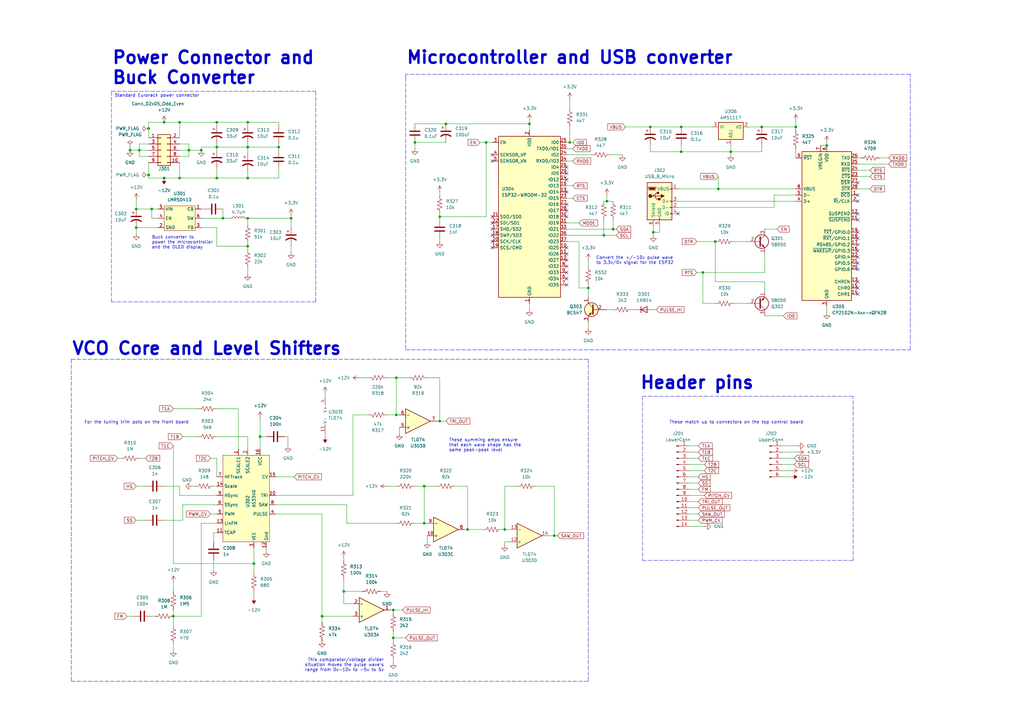
<source format=kicad_sch>
(kicad_sch (version 20230121) (generator eeschema)
  (paper "A3")
  (title_block (title "ESP-3340 Tuner VCO") (date "2024-02-15") (rev "1") (company "Hayden Setlik"))
  (junction (at 182.88 50.8))
  (junction (at 88.9 50.165))
  (junction (at 294.64 77.47))
  (junction (at 299.72 62.23))
  (junction (at 288.29 111.76))
  (junction (at 173.99 199.39))
  (junction (at 247.65 96.52))
  (junction (at 73.66 73.025))
  (junction (at 173.99 214.63))
  (junction (at 140.97 242.57))
  (junction (at 132.08 252.73))
  (junction (at 104.14 231.14))
  (junction (at 82.55 61.595))
  (junction (at 279.4 62.23))
  (junction (at 266.7 52.07))
  (junction (at 88.9 73.025))
  (junction (at 170.18 58.42))
  (junction (at 88.9 60.325))
  (junction (at 77.47 61.595))
  (junction (at 91.44 89.535))
  (junction (at 162.56 170.18))
  (junction (at 119.38 89.535))
  (junction (at 227.33 219.71))
  (junction (at 339.09 59.69))
  (junction (at 101.6 50.165))
  (junction (at 55.88 93.345))
  (junction (at 161.29 261.62))
  (junction (at 60.96 52.705))
  (junction (at 53.34 61.595))
  (junction (at 180.34 88.9))
  (junction (at 217.17 50.8))
  (junction (at 161.29 250.19))
  (junction (at 106.68 179.07))
  (junction (at 180.34 172.72))
  (junction (at 233.68 58.42))
  (junction (at 293.37 99.06))
  (junction (at 279.4 52.07))
  (junction (at 207.01 217.17))
  (junction (at 199.39 58.42))
  (junction (at 101.6 73.025))
  (junction (at 67.31 50.165))
  (junction (at 248.92 82.55))
  (junction (at 326.39 52.07))
  (junction (at 73.66 50.165))
  (junction (at 60.96 71.755))
  (junction (at 191.77 217.17))
  (junction (at 101.6 60.325))
  (junction (at 162.56 154.94))
  (junction (at 267.97 95.25))
  (junction (at 241.3 118.11))
  (junction (at 101.6 89.535))
  (junction (at 55.88 85.725))
  (junction (at 67.31 73.025))
  (junction (at 251.46 93.98))
  (junction (at 71.12 252.73))
  (junction (at 114.3 60.325))
  (junction (at 62.23 85.725))
  (junction (at 101.6 100.965))
  (junction (at 312.42 52.07))
  (junction (at 57.15 61.595))
  (no_connect (at 201.93 96.52))
  (no_connect (at 201.93 63.5))
  (no_connect (at 201.93 91.44))
  (no_connect (at 351.79 118.11))
  (no_connect (at 201.93 99.06))
  (no_connect (at 232.41 116.84))
  (no_connect (at 351.79 110.49))
  (no_connect (at 351.79 100.33))
  (no_connect (at 232.41 111.76))
  (no_connect (at 351.79 105.41))
  (no_connect (at 351.79 87.63))
  (no_connect (at 351.79 90.17))
  (no_connect (at 232.41 78.74))
  (no_connect (at 232.41 86.36))
  (no_connect (at 232.41 106.68))
  (no_connect (at 351.79 120.65))
  (no_connect (at 232.41 109.22))
  (no_connect (at 232.41 68.58))
  (no_connect (at 201.93 66.04))
  (no_connect (at 351.79 102.87))
  (no_connect (at 351.79 107.95))
  (no_connect (at 278.13 87.63))
  (no_connect (at 351.79 97.79))
  (no_connect (at 201.93 93.98))
  (no_connect (at 351.79 82.55))
  (no_connect (at 351.79 74.93))
  (no_connect (at 232.41 88.9))
  (no_connect (at 232.41 73.66))
  (no_connect (at 201.93 101.6))
  (no_connect (at 351.79 115.57))
  (no_connect (at 351.79 95.25))
  (no_connect (at 232.41 104.14))
  (no_connect (at 351.79 80.01))
  (no_connect (at 232.41 101.6))
  (no_connect (at 232.41 114.3))
  (no_connect (at 232.41 83.82))
  (no_connect (at 232.41 71.12))
  (no_connect (at 201.93 88.9))
  (wire (pts (xy 320.675 182.88) (xy 327.025 182.88)))
  (wire (pts (xy 88.9 73.025) (xy 101.6 73.025)))
  (wire (pts (xy 74.93 207.01) (xy 88.9 207.01)))
  (wire (pts (xy 232.41 63.5) (xy 242.57 63.5)))
  (wire (pts (xy 77.47 64.135) (xy 73.66 64.135)))
  (wire (pts (xy 82.55 252.73) (xy 71.12 252.73)))
  (wire (pts (xy 339.09 58.42) (xy 339.09 59.69)))
  (wire (pts (xy 71.12 252.73) (xy 71.12 256.54)))
  (wire (pts (xy 313.69 115.57) (xy 313.69 119.38)))
  (wire (pts (xy 88.9 214.63) (xy 82.55 214.63)))
  (wire (pts (xy 144.78 203.2) (xy 144.78 170.18)))
  (wire (pts (xy 190.5 217.17) (xy 191.77 217.17)))
  (wire (pts (xy 312.42 62.23) (xy 312.42 59.69)))
  (wire (pts (xy 73.66 50.165) (xy 67.31 50.165)))
  (wire (pts (xy 232.41 58.42) (xy 233.68 58.42)))
  (wire (pts (xy 57.15 59.055) (xy 57.15 61.595)))
  (wire (pts (xy 71.12 182.88) (xy 71.12 231.14)))
  (wire (pts (xy 288.29 111.76) (xy 313.69 111.76)))
  (wire (pts (xy 320.675 193.04) (xy 324.485 193.04)))
  (wire (pts (xy 101.6 109.855) (xy 101.6 112.395)))
  (wire (pts (xy 299.72 59.69) (xy 299.72 62.23)))
  (wire (pts (xy 179.07 172.72) (xy 180.34 172.72)))
  (wire (pts (xy 282.575 182.88) (xy 286.385 182.88)))
  (wire (pts (xy 144.78 247.65) (xy 140.97 247.65)))
  (wire (pts (xy 180.34 172.72) (xy 182.88 172.72)))
  (wire (pts (xy 360.68 64.77) (xy 364.49 64.77)))
  (wire (pts (xy 282.575 208.28) (xy 286.385 208.28)))
  (wire (pts (xy 294.64 77.47) (xy 326.39 77.47)))
  (wire (pts (xy 55.88 93.345) (xy 55.88 95.885)))
  (wire (pts (xy 101.6 89.535) (xy 101.6 92.075)))
  (wire (pts (xy 101.6 60.325) (xy 114.3 60.325)))
  (wire (pts (xy 247.65 96.52) (xy 252.73 96.52)))
  (wire (pts (xy 101.6 60.325) (xy 101.6 62.865)))
  (wire (pts (xy 180.34 154.94) (xy 180.34 172.72)))
  (wire (pts (xy 228.6 219.71) (xy 227.33 219.71)))
  (wire (pts (xy 351.79 69.85) (xy 356.87 69.85)))
  (polyline (pts (xy 241.3 279.4) (xy 29.21 279.4)) (stroke (width 0) (type dash)))
  (wire (pts (xy 241.3 116.84) (xy 241.3 118.11)))
  (wire (pts (xy 101.6 70.485) (xy 101.6 73.025)))
  (wire (pts (xy 232.41 93.98) (xy 251.46 93.98)))
  (wire (pts (xy 170.18 50.8) (xy 182.88 50.8)))
  (wire (pts (xy 73.66 50.165) (xy 88.9 50.165)))
  (wire (pts (xy 156.21 242.57) (xy 158.75 242.57)))
  (wire (pts (xy 55.88 85.725) (xy 62.23 85.725)))
  (polyline (pts (xy 166.37 31.75) (xy 166.37 143.51)) (stroke (width 0) (type dash)))
  (wire (pts (xy 140.97 237.49) (xy 140.97 242.57)))
  (wire (pts (xy 88.9 100.965) (xy 101.6 100.965)))
  (wire (pts (xy 160.02 250.19) (xy 161.29 250.19)))
  (wire (pts (xy 282.575 200.66) (xy 286.385 200.66)))
  (wire (pts (xy 82.55 85.725) (xy 83.82 85.725)))
  (wire (pts (xy 82.55 61.595) (xy 82.55 60.325)))
  (polyline (pts (xy 45.72 37.465) (xy 129.54 37.465)) (stroke (width 0) (type dash)))
  (wire (pts (xy 82.55 60.325) (xy 88.9 60.325)))
  (wire (pts (xy 113.03 210.82) (xy 132.08 210.82)))
  (wire (pts (xy 293.37 99.06) (xy 293.37 115.57)))
  (wire (pts (xy 247.65 82.55) (xy 248.92 82.55)))
  (wire (pts (xy 351.79 64.77) (xy 353.06 64.77)))
  (wire (pts (xy 73.66 56.515) (xy 73.66 50.165)))
  (wire (pts (xy 101.6 89.535) (xy 119.38 89.535)))
  (wire (pts (xy 73.66 66.675) (xy 73.66 73.025)))
  (wire (pts (xy 173.99 199.39) (xy 179.07 199.39)))
  (wire (pts (xy 106.68 179.07) (xy 109.22 179.07)))
  (wire (pts (xy 175.26 219.71) (xy 175.26 222.25)))
  (wire (pts (xy 180.34 97.79) (xy 180.34 99.06)))
  (wire (pts (xy 60.96 52.705) (xy 60.96 56.515)))
  (polyline (pts (xy 373.38 30.48) (xy 166.37 30.48)) (stroke (width 0) (type dash)))
  (wire (pts (xy 86.36 210.82) (xy 88.9 210.82)))
  (wire (pts (xy 73.66 73.025) (xy 88.9 73.025)))
  (wire (pts (xy 91.44 89.535) (xy 91.44 85.725)))
  (wire (pts (xy 88.9 93.345) (xy 88.9 100.965)))
  (wire (pts (xy 97.79 184.15) (xy 97.79 167.64)))
  (wire (pts (xy 64.77 89.535) (xy 62.23 89.535)))
  (wire (pts (xy 299.72 62.23) (xy 299.72 63.5)))
  (wire (pts (xy 78.74 199.39) (xy 80.01 199.39)))
  (wire (pts (xy 326.39 49.53) (xy 326.39 52.07)))
  (wire (pts (xy 52.07 252.73) (xy 54.61 252.73)))
  (wire (pts (xy 317.5 85.09) (xy 317.5 80.01)))
  (wire (pts (xy 313.69 93.98) (xy 318.77 93.98)))
  (wire (pts (xy 205.74 217.17) (xy 207.01 217.17)))
  (wire (pts (xy 114.3 73.025) (xy 114.3 69.215)))
  (polyline (pts (xy 263.525 229.87) (xy 349.885 229.87)) (stroke (width 0) (type dash)))
  (wire (pts (xy 67.31 50.165) (xy 60.96 50.165)))
  (wire (pts (xy 53.34 60.325) (xy 53.34 61.595)))
  (wire (pts (xy 351.79 67.31) (xy 364.49 67.31)))
  (wire (pts (xy 88.9 50.165) (xy 101.6 50.165)))
  (wire (pts (xy 251.46 93.98) (xy 252.73 93.98)))
  (wire (pts (xy 266.7 62.23) (xy 279.4 62.23)))
  (wire (pts (xy 207.01 217.17) (xy 207.01 199.39)))
  (wire (pts (xy 57.15 187.96) (xy 59.69 187.96)))
  (wire (pts (xy 207.01 217.17) (xy 209.55 217.17)))
  (wire (pts (xy 248.92 82.55) (xy 251.46 82.55)))
  (wire (pts (xy 158.75 199.39) (xy 162.56 199.39)))
  (wire (pts (xy 278.13 82.55) (xy 326.39 82.55)))
  (wire (pts (xy 248.92 80.01) (xy 248.92 82.55)))
  (wire (pts (xy 73.66 73.025) (xy 67.31 73.025)))
  (wire (pts (xy 170.18 58.42) (xy 170.18 60.96)))
  (polyline (pts (xy 166.37 143.51) (xy 373.38 143.51)) (stroke (width 0) (type dash)))
  (wire (pts (xy 67.31 199.39) (xy 73.66 199.39)))
  (wire (pts (xy 233.68 40.64) (xy 233.68 44.45)))
  (wire (pts (xy 163.83 175.26) (xy 163.83 177.8)))
  (wire (pts (xy 114.3 60.325) (xy 114.3 59.055)))
  (wire (pts (xy 207.01 223.52) (xy 207.01 222.25)))
  (wire (pts (xy 161.29 250.19) (xy 165.1 250.19)))
  (wire (pts (xy 248.92 127) (xy 251.46 127)))
  (wire (pts (xy 97.79 167.64) (xy 88.9 167.64)))
  (wire (pts (xy 101.6 73.025) (xy 114.3 73.025)))
  (wire (pts (xy 251.46 90.17) (xy 251.46 93.98)))
  (wire (pts (xy 77.47 61.595) (xy 77.47 64.135)))
  (wire (pts (xy 282.575 215.9) (xy 288.925 215.9)))
  (wire (pts (xy 293.37 115.57) (xy 313.69 115.57)))
  (wire (pts (xy 104.14 224.79) (xy 104.14 231.14)))
  (wire (pts (xy 162.56 154.94) (xy 167.64 154.94)))
  (wire (pts (xy 132.08 252.73) (xy 144.78 252.73)))
  (wire (pts (xy 101.6 50.165) (xy 101.6 51.435)))
  (wire (pts (xy 232.41 81.28) (xy 234.95 81.28)))
  (wire (pts (xy 88.9 69.215) (xy 88.9 73.025)))
  (wire (pts (xy 219.71 199.39) (xy 227.33 199.39)))
  (wire (pts (xy 158.75 170.18) (xy 162.56 170.18)))
  (wire (pts (xy 55.88 199.39) (xy 59.69 199.39)))
  (wire (pts (xy 101.6 50.165) (xy 114.3 50.165)))
  (polyline (pts (xy 263.525 162.56) (xy 349.885 162.56)) (stroke (width 0) (type dash)))
  (wire (pts (xy 232.41 60.96) (xy 234.95 60.96)))
  (wire (pts (xy 191.77 217.17) (xy 198.12 217.17)))
  (wire (pts (xy 191.77 199.39) (xy 191.77 217.17)))
  (wire (pts (xy 71.12 264.16) (xy 71.12 266.7)))
  (polyline (pts (xy 45.72 123.825) (xy 129.54 123.825)) (stroke (width 0) (type dash)))
  (wire (pts (xy 173.99 199.39) (xy 173.99 214.63)))
  (wire (pts (xy 282.575 198.12) (xy 286.385 198.12)))
  (wire (pts (xy 241.3 132.08) (xy 241.3 134.62)))
  (wire (pts (xy 119.38 89.535) (xy 119.38 93.345)))
  (wire (pts (xy 147.32 154.94) (xy 151.13 154.94)))
  (wire (pts (xy 73.66 61.595) (xy 77.47 61.595)))
  (polyline (pts (xy 29.21 147.32) (xy 29.21 279.4)) (stroke (width 0) (type dash)))
  (wire (pts (xy 60.96 71.755) (xy 60.96 66.675)))
  (wire (pts (xy 326.39 60.96) (xy 326.39 64.77)))
  (wire (pts (xy 161.29 261.62) (xy 161.29 262.89)))
  (wire (pts (xy 232.41 66.04) (xy 234.95 66.04)))
  (wire (pts (xy 320.675 195.58) (xy 324.485 195.58)))
  (wire (pts (xy 282.575 195.58) (xy 286.385 195.58)))
  (wire (pts (xy 60.96 64.135) (xy 57.15 64.135)))
  (wire (pts (xy 67.31 73.025) (xy 60.96 73.025)))
  (wire (pts (xy 87.63 222.25) (xy 87.63 218.44)))
  (wire (pts (xy 267.97 95.25) (xy 267.97 96.52)))
  (wire (pts (xy 74.93 179.07) (xy 81.28 179.07)))
  (wire (pts (xy 250.19 63.5) (xy 255.27 63.5)))
  (wire (pts (xy 119.38 100.965) (xy 119.38 103.505)))
  (wire (pts (xy 142.24 214.63) (xy 162.56 214.63)))
  (wire (pts (xy 73.66 199.39) (xy 73.66 203.2)))
  (wire (pts (xy 142.24 214.63) (xy 142.24 207.01)))
  (wire (pts (xy 158.75 154.94) (xy 162.56 154.94)))
  (wire (pts (xy 109.22 224.79) (xy 109.22 226.06)))
  (wire (pts (xy 351.79 77.47) (xy 356.87 77.47)))
  (wire (pts (xy 88.9 59.055) (xy 88.9 60.325)))
  (wire (pts (xy 217.17 124.46) (xy 217.17 127)))
  (wire (pts (xy 182.88 50.8) (xy 217.17 50.8)))
  (wire (pts (xy 161.29 270.51) (xy 161.29 271.78)))
  (wire (pts (xy 104.14 242.57) (xy 104.14 245.11)))
  (wire (pts (xy 180.34 78.74) (xy 180.34 80.01)))
  (wire (pts (xy 162.56 154.94) (xy 162.56 170.18)))
  (wire (pts (xy 114.3 60.325) (xy 114.3 61.595)))
  (wire (pts (xy 288.29 124.46) (xy 288.29 111.76)))
  (wire (pts (xy 320.675 190.5) (xy 325.755 190.5)))
  (wire (pts (xy 101.6 179.07) (xy 101.6 184.15)))
  (wire (pts (xy 91.44 89.535) (xy 93.98 89.535)))
  (wire (pts (xy 285.75 111.76) (xy 288.29 111.76)))
  (wire (pts (xy 336.55 59.69) (xy 339.09 59.69)))
  (wire (pts (xy 60.96 50.165) (xy 60.96 52.705)))
  (wire (pts (xy 339.09 125.73) (xy 339.09 128.27)))
  (wire (pts (xy 71.12 250.19) (xy 71.12 252.73)))
  (wire (pts (xy 320.675 185.42) (xy 327.025 185.42)))
  (wire (pts (xy 133.35 161.29) (xy 133.35 162.56)))
  (wire (pts (xy 67.31 213.36) (xy 74.93 213.36)))
  (wire (pts (xy 282.575 190.5) (xy 288.925 190.5)))
  (wire (pts (xy 82.55 89.535) (xy 91.44 89.535)))
  (wire (pts (xy 267.97 127) (xy 269.24 127)))
  (polyline (pts (xy 241.3 147.32) (xy 241.3 279.4)) (stroke (width 0) (type dash)))
  (wire (pts (xy 104.14 231.14) (xy 104.14 234.95)))
  (wire (pts (xy 217.17 49.53) (xy 217.17 50.8)))
  (wire (pts (xy 101.6 59.055) (xy 101.6 60.325)))
  (wire (pts (xy 82.55 93.345) (xy 88.9 93.345)))
  (wire (pts (xy 140.97 247.65) (xy 140.97 242.57)))
  (wire (pts (xy 113.03 203.2) (xy 144.78 203.2)))
  (wire (pts (xy 326.39 52.07) (xy 326.39 53.34)))
  (wire (pts (xy 88.9 179.07) (xy 101.6 179.07)))
  (wire (pts (xy 199.39 58.42) (xy 201.93 58.42)))
  (wire (pts (xy 180.34 88.9) (xy 180.34 90.17)))
  (wire (pts (xy 170.18 58.42) (xy 182.88 58.42)))
  (wire (pts (xy 300.99 99.06) (xy 306.07 99.06)))
  (wire (pts (xy 62.23 85.725) (xy 64.77 85.725)))
  (wire (pts (xy 232.41 99.06) (xy 237.49 99.06)))
  (wire (pts (xy 57.15 61.595) (xy 60.96 61.595)))
  (polyline (pts (xy 166.37 30.48) (xy 166.37 31.75)))
  (wire (pts (xy 88.9 187.96) (xy 88.9 195.58)))
  (wire (pts (xy 232.41 76.2) (xy 234.95 76.2)))
  (wire (pts (xy 119.38 88.265) (xy 119.38 89.535)))
  (wire (pts (xy 175.26 154.94) (xy 180.34 154.94)))
  (wire (pts (xy 173.99 214.63) (xy 175.26 214.63)))
  (wire (pts (xy 161.29 261.62) (xy 166.37 261.62)))
  (wire (pts (xy 144.78 170.18) (xy 151.13 170.18)))
  (wire (pts (xy 71.12 231.14) (xy 104.14 231.14)))
  (wire (pts (xy 259.08 127) (xy 260.35 127)))
  (wire (pts (xy 282.575 185.42) (xy 286.385 185.42)))
  (wire (pts (xy 113.03 195.58) (xy 120.65 195.58)))
  (wire (pts (xy 351.79 72.39) (xy 356.87 72.39)))
  (wire (pts (xy 133.35 177.8) (xy 133.35 179.07)))
  (wire (pts (xy 241.3 106.68) (xy 241.3 109.22)))
  (wire (pts (xy 282.575 203.2) (xy 288.925 203.2)))
  (wire (pts (xy 232.41 96.52) (xy 247.65 96.52)))
  (wire (pts (xy 180.34 88.9) (xy 180.34 87.63)))
  (wire (pts (xy 199.39 88.9) (xy 199.39 58.42)))
  (wire (pts (xy 233.68 52.07) (xy 233.68 58.42)))
  (wire (pts (xy 300.99 124.46) (xy 306.07 124.46)))
  (wire (pts (xy 60.96 73.025) (xy 60.96 71.755)))
  (wire (pts (xy 312.42 52.07) (xy 326.39 52.07)))
  (wire (pts (xy 278.13 85.09) (xy 317.5 85.09)))
  (wire (pts (xy 186.69 199.39) (xy 191.77 199.39)))
  (wire (pts (xy 87.63 229.87) (xy 87.63 233.68)))
  (wire (pts (xy 282.575 193.04) (xy 288.925 193.04)))
  (wire (pts (xy 73.66 203.2) (xy 88.9 203.2)))
  (wire (pts (xy 207.01 222.25) (xy 209.55 222.25)))
  (wire (pts (xy 71.12 167.64) (xy 81.28 167.64)))
  (wire (pts (xy 88.9 60.325) (xy 101.6 60.325)))
  (wire (pts (xy 299.72 62.23) (xy 312.42 62.23)))
  (wire (pts (xy 73.66 59.055) (xy 77.47 59.055)))
  (wire (pts (xy 207.01 199.39) (xy 212.09 199.39)))
  (wire (pts (xy 161.29 250.19) (xy 161.29 251.46)))
  (wire (pts (xy 320.675 187.96) (xy 325.755 187.96)))
  (wire (pts (xy 87.63 218.44) (xy 88.9 218.44)))
  (wire (pts (xy 170.18 199.39) (xy 173.99 199.39)))
  (wire (pts (xy 237.49 99.06) (xy 237.49 118.11)))
  (wire (pts (xy 227.33 199.39) (xy 227.33 219.71)))
  (wire (pts (xy 140.97 242.57) (xy 148.59 242.57)))
  (wire (pts (xy 247.65 90.17) (xy 247.65 96.52)))
  (wire (pts (xy 180.34 88.9) (xy 199.39 88.9)))
  (wire (pts (xy 313.69 129.54) (xy 321.31 129.54)))
  (wire (pts (xy 217.17 50.8) (xy 217.17 53.34)))
  (wire (pts (xy 57.15 64.135) (xy 57.15 61.595)))
  (polyline (pts (xy 373.38 143.51) (xy 373.38 30.48)) (stroke (width 0) (type dash)))
  (wire (pts (xy 278.13 77.47) (xy 294.64 77.47)))
  (wire (pts (xy 87.63 199.39) (xy 88.9 199.39)))
  (wire (pts (xy 294.64 72.39) (xy 294.64 77.47)))
  (wire (pts (xy 227.33 219.71) (xy 224.79 219.71)))
  (wire (pts (xy 71.12 238.76) (xy 71.12 242.57)))
  (wire (pts (xy 313.69 111.76) (xy 313.69 104.14)))
  (wire (pts (xy 82.55 214.63) (xy 82.55 252.73)))
  (wire (pts (xy 132.08 210.82) (xy 132.08 252.73)))
  (wire (pts (xy 101.6 100.965) (xy 101.6 102.235)))
  (wire (pts (xy 55.88 81.915) (xy 55.88 85.725)))
  (wire (pts (xy 118.11 182.88) (xy 118.11 179.07)))
  (wire (pts (xy 237.49 118.11) (xy 241.3 118.11)))
  (wire (pts (xy 266.7 59.69) (xy 266.7 62.23)))
  (wire (pts (xy 62.23 252.73) (xy 63.5 252.73)))
  (wire (pts (xy 60.96 59.055) (xy 57.15 59.055)))
  (wire (pts (xy 118.11 179.07) (xy 116.84 179.07)))
  (wire (pts (xy 55.88 93.345) (xy 64.77 93.345)))
  (wire (pts (xy 132.08 252.73) (xy 132.08 255.27)))
  (wire (pts (xy 267.97 95.25) (xy 270.51 95.25)))
  (wire (pts (xy 270.51 92.71) (xy 270.51 95.25)))
  (wire (pts (xy 285.75 99.06) (xy 293.37 99.06)))
  (wire (pts (xy 232.41 91.44) (xy 237.49 91.44)))
  (wire (pts (xy 307.34 52.07) (xy 312.42 52.07)))
  (wire (pts (xy 279.4 52.07) (xy 292.1 52.07)))
  (wire (pts (xy 282.575 213.36) (xy 286.385 213.36)))
  (wire (pts (xy 196.85 58.42) (xy 199.39 58.42)))
  (wire (pts (xy 48.26 187.96) (xy 49.53 187.96)))
  (wire (pts (xy 86.36 187.96) (xy 88.9 187.96)))
  (wire (pts (xy 53.34 61.595) (xy 57.15 61.595)))
  (wire (pts (xy 162.56 170.18) (xy 163.83 170.18)))
  (polyline (pts (xy 349.885 229.87) (xy 349.885 162.56)) (stroke (width 0) (type dash)))
  (wire (pts (xy 266.7 52.07) (xy 279.4 52.07)))
  (wire (pts (xy 256.54 52.07) (xy 266.7 52.07)))
  (wire (pts (xy 293.37 124.46) (xy 288.29 124.46)))
  (wire (pts (xy 267.97 92.71) (xy 267.97 95.25)))
  (wire (pts (xy 142.24 207.01) (xy 113.03 207.01)))
  (wire (pts (xy 101.6 99.695) (xy 101.6 100.965)))
  (wire (pts (xy 279.4 59.69) (xy 279.4 62.23)))
  (wire (pts (xy 74.93 213.36) (xy 74.93 207.01)))
  (wire (pts (xy 77.47 59.055) (xy 77.47 61.595)))
  (polyline (pts (xy 263.525 162.56) (xy 263.525 229.87)) (stroke (width 0) (type dash)))
  (polyline (pts (xy 29.21 147.32) (xy 241.3 147.32)) (stroke (width 0) (type dash)))
  (wire (pts (xy 106.68 179.07) (xy 106.68 184.15)))
  (wire (pts (xy 233.68 58.42) (xy 234.95 58.42)))
  (wire (pts (xy 88.9 60.325) (xy 88.9 61.595)))
  (wire (pts (xy 241.3 118.11) (xy 241.3 121.92)))
  (wire (pts (xy 88.9 50.165) (xy 88.9 51.435)))
  (wire (pts (xy 282.575 210.82) (xy 286.385 210.82)))
  (wire (pts (xy 317.5 80.01) (xy 326.39 80.01)))
  (wire (pts (xy 282.575 187.96) (xy 286.385 187.96)))
  (wire (pts (xy 55.88 213.36) (xy 59.69 213.36)))
  (wire (pts (xy 114.3 50.165) (xy 114.3 51.435)))
  (wire (pts (xy 161.29 259.08) (xy 161.29 261.62)))
  (wire (pts (xy 140.97 228.6) (xy 140.97 229.87)))
  (wire (pts (xy 77.47 61.595) (xy 82.55 61.595)))
  (wire (pts (xy 170.18 214.63) (xy 173.99 214.63)))
  (wire (pts (xy 279.4 62.23) (xy 299.72 62.23)))
  (wire (pts (xy 62.23 89.535) (xy 62.23 85.725)))
  (wire (pts (xy 282.575 205.74) (xy 286.385 205.74)))
  (polyline (pts (xy 45.72 123.825) (xy 45.72 37.465)) (stroke (width 0) (type dash)))
  (wire (pts (xy 106.68 171.45) (xy 106.68 179.07)))
  (polyline (pts (xy 129.54 37.465) (xy 129.54 123.825)) (stroke (width 0) (type dash)))
  (text "For the tuning trim pots on the front board" (at 77.47 173.99 0) (effects (font (size 1.27 1.27)) (justify right bottom)))
  (text "Power Connector and \nBuck Converter" (at 45.72 34.925 0) (effects (font (size 5.08 5.08) (thickness 1.016) bold) (justify left bottom)))
  (text "This comparator/voltage divider\nsituation moves the pulse wave's\nrange from 0v-10v to -5v to 5v" (at 157.48 275.59 0) (effects (font (size 1.27 1.27)) (justify right bottom)))
  (text "Header pins" (at 262.255 160.02 0) (effects (font (size 5.08 5.08) (thickness 1.016) bold) (justify left bottom)))
  (text "These summing amps ensure\nthat each wave shape has the\nsame peak-peak level" (at 184.15 185.42 0) (effects (font (size 1.27 1.27)) (justify left bottom)))
  (text "Standard Eurorack power connector" (at 46.99 40.005 0) (effects (font (size 1.27 1.27)) (justify left bottom)))
  (text "These match up to connectors on the top control board" (at 329.565 173.99 0) (effects (font (size 1.27 1.27)) (justify right bottom)))
  (text "Buck converter to \npower the microcontroller\nand the OLED display" (at 62.23 102.235 0) (effects (font (size 1.27 1.27)) (justify left bottom)))
  (text "Microcontroller and USB converter" (at 166.37 26.67 0) (effects (font (size 5.08 5.08) (thickness 1.016) bold) (justify left bottom)))
  (text "VCO Core and Level Shifters" (at 29.21 146.05 0) (effects (font (size 5.08 5.08) (thickness 1.016) bold) (justify left bottom)))
  (text "Convert the +/-10v pulse wave \nto 3.3v/0v signal for the ESP32" (at 244.475 108.585 0) (effects (font (size 1.27 1.27)) (justify left bottom)))
  (global_label "PULSE_OUT" (shape input) (at 286.385 208.28 0) (property "Intersheetrefs" "${INTERSHEET_REFS}" (effects hide)))
  (global_label "SS" (shape input) (at 286.385 198.12 0) (property "Intersheetrefs" "${INTERSHEET_REFS}" (effects hide)))
  (global_label "RTS" (shape input) (at 234.95 76.2 0) (property "Intersheetrefs" "${INTERSHEET_REFS}" (effects hide)))
  (global_label "VBUS" (shape input) (at 294.64 72.39 180) (property "Intersheetrefs" "${INTERSHEET_REFS}" (effects hide)))
  (global_label "SDA" (shape input) (at 252.73 93.98 0) (property "Intersheetrefs" "${INTERSHEET_REFS}" (effects hide)))
  (global_label "HS" (shape input) (at 286.385 195.58 0) (property "Intersheetrefs" "${INTERSHEET_REFS}" (effects hide)))
  (global_label "EN" (shape input) (at 196.85 58.42 180) (property "Intersheetrefs" "${INTERSHEET_REFS}" (effects hide)))
  (global_label "TXD0" (shape input) (at 364.49 67.31 0) (property "Intersheetrefs" "${INTERSHEET_REFS}" (effects hide)))
  (global_label "CTS" (shape input) (at 356.87 72.39 0) (property "Intersheetrefs" "${INTERSHEET_REFS}" (effects hide)))
  (global_label "T2B" (shape input) (at 288.925 190.5 0) (property "Intersheetrefs" "${INTERSHEET_REFS}" (effects hide)))
  (global_label "PULSE_HI" (shape input) (at 269.24 127 0) (property "Intersheetrefs" "${INTERSHEET_REFS}" (effects hide)))
  (global_label "SDA" (shape input) (at 325.755 187.96 0) (property "Intersheetrefs" "${INTERSHEET_REFS}" (effects hide)))
  (global_label "RXD0" (shape input) (at 234.95 66.04 0) (property "Intersheetrefs" "${INTERSHEET_REFS}" (effects hide)))
  (global_label "CTS" (shape input) (at 234.95 81.28 0) (property "Intersheetrefs" "${INTERSHEET_REFS}" (effects hide)))
  (global_label "SCL" (shape input) (at 325.755 190.5 0) (property "Intersheetrefs" "${INTERSHEET_REFS}" (effects hide)))
  (global_label "FM" (shape input) (at 286.385 200.66 0) (property "Intersheetrefs" "${INTERSHEET_REFS}" (effects hide)))
  (global_label "SCL" (shape input) (at 252.73 96.52 0) (property "Intersheetrefs" "${INTERSHEET_REFS}" (effects hide)))
  (global_label "PULSE_HI" (shape input) (at 165.1 250.19 0) (property "Intersheetrefs" "${INTERSHEET_REFS}" (effects hide)))
  (global_label "TRI_OUT" (shape input) (at 182.88 172.72 0) (property "Intersheetrefs" "${INTERSHEET_REFS}" (effects hide)))
  (global_label "PITCH_CV" (shape input) (at 120.65 195.58 0) (property "Intersheetrefs" "${INTERSHEET_REFS}" (effects hide)))
  (global_label "SS" (shape input) (at 55.88 213.36 180) (property "Intersheetrefs" "${INTERSHEET_REFS}" (effects hide)))
  (global_label "T2C" (shape input) (at 86.36 187.96 180) (property "Intersheetrefs" "${INTERSHEET_REFS}" (effects hide)))
  (global_label "IO0" (shape input) (at 234.95 58.42 0) (property "Intersheetrefs" "${INTERSHEET_REFS}" (effects hide)))
  (global_label "T1C" (shape input) (at 286.385 187.96 0) (property "Intersheetrefs" "${INTERSHEET_REFS}" (effects hide)))
  (global_label "VBUS" (shape input) (at 256.54 52.07 180) (property "Intersheetrefs" "${INTERSHEET_REFS}" (effects hide)))
  (global_label "T1A" (shape input) (at 286.385 182.88 0) (property "Intersheetrefs" "${INTERSHEET_REFS}" (effects hide)))
  (global_label "HS" (shape input) (at 55.88 199.39 180) (property "Intersheetrefs" "${INTERSHEET_REFS}" (effects hide)))
  (global_label "TXD0" (shape input) (at 234.95 60.96 0) (property "Intersheetrefs" "${INTERSHEET_REFS}" (effects hide)))
  (global_label "T1C" (shape input) (at 71.12 182.88 180) (property "Intersheetrefs" "${INTERSHEET_REFS}" (effects hide)))
  (global_label "DTR" (shape input) (at 285.75 99.06 180) (property "Intersheetrefs" "${INTERSHEET_REFS}" (effects hide)))
  (global_label "MODE" (shape input) (at 237.49 91.44 0) (property "Intersheetrefs" "${INTERSHEET_REFS}" (effects hide)))
  (global_label "RTS" (shape input) (at 356.87 69.85 0) (property "Intersheetrefs" "${INTERSHEET_REFS}" (effects hide)))
  (global_label "TRI_OUT" (shape input) (at 286.385 205.74 0) (property "Intersheetrefs" "${INTERSHEET_REFS}" (effects hide)))
  (global_label "RTS" (shape input) (at 285.75 111.76 180) (property "Intersheetrefs" "${INTERSHEET_REFS}" (effects hide)))
  (global_label "T1A" (shape input) (at 71.12 167.64 180) (property "Intersheetrefs" "${INTERSHEET_REFS}" (effects hide)))
  (global_label "PWM_CV" (shape input) (at 286.385 213.36 0) (property "Intersheetrefs" "${INTERSHEET_REFS}" (effects hide)))
  (global_label "IO0" (shape input) (at 321.31 129.54 0) (property "Intersheetrefs" "${INTERSHEET_REFS}" (effects hide)))
  (global_label "EN" (shape input) (at 318.77 93.98 0) (property "Intersheetrefs" "${INTERSHEET_REFS}" (effects hide)))
  (global_label "RXD0" (shape input) (at 364.49 64.77 0) (property "Intersheetrefs" "${INTERSHEET_REFS}" (effects hide)))
  (global_label "PITCH_CV" (shape input) (at 48.26 187.96 180) (property "Intersheetrefs" "${INTERSHEET_REFS}" (effects hide)))
  (global_label "T1B" (shape input) (at 74.93 179.07 180) (property "Intersheetrefs" "${INTERSHEET_REFS}" (effects hide)))
  (global_label "PULSE_OUT" (shape input) (at 166.37 261.62 0) (property "Intersheetrefs" "${INTERSHEET_REFS}" (effects hide)))
  (global_label "DTR" (shape input) (at 356.87 77.47 0) (property "Intersheetrefs" "${INTERSHEET_REFS}" (effects hide)))
  (global_label "PITCH_CV" (shape input) (at 288.925 203.2 0) (property "Intersheetrefs" "${INTERSHEET_REFS}" (effects hide)))
  (global_label "FM" (shape input) (at 52.07 252.73 180) (property "Intersheetrefs" "${INTERSHEET_REFS}" (effects hide)))
  (global_label "SAW_OUT" (shape input) (at 228.6 219.71 0) (property "Intersheetrefs" "${INTERSHEET_REFS}" (effects hide)))
  (global_label "T2C" (shape input) (at 288.925 193.04 0) (property "Intersheetrefs" "${INTERSHEET_REFS}" (effects hide)))
  (global_label "T1B" (shape input) (at 286.385 185.42 0) (property "Intersheetrefs" "${INTERSHEET_REFS}" (effects hide)))
  (global_label "SAW_OUT" (shape input) (at 286.385 210.82 0) (property "Intersheetrefs" "${INTERSHEET_REFS}" (effects hide)))
  (global_label "PWM_CV" (shape input) (at 86.36 210.82 180) (property "Intersheetrefs" "${INTERSHEET_REFS}" (effects hide)))
  (global_label "T2B" (shape input) (at 59.69 187.96 0) (property "Intersheetrefs" "${INTERSHEET_REFS}" (effects hide)))
  (symbol (lib_id "power:-12V") (at 67.31 73.025 180) (unit 1)
    (property "Reference" "#PWR0302" (effects hide))
    (property "Value" "-12V" (at 67.31 78.105 0))
  )
  (symbol (lib_id "Device:C") (at 114.3 65.405 180) (unit 1)
    (property "Reference" "C311" (at 118.11 64.135 0) (effects (justify right)))
    (property "Value" "0.1u" (at 118.11 66.675 0) (effects (justify right)))
    (property "Footprint" "Capacitor_THT:C_Disc_D4.7mm_W2.5mm_P5.00mm" (effects hide))
  )
  (symbol (lib_id "Amplifier_Operational:TL074") (at 182.88 217.17 0) (mirror x) (unit 3)
    (property "Reference" "U303" (at 182.88 227.33 0))
    (property "Value" "TL074" (at 182.88 224.79 0))
    (property "Footprint" "PCM_Package_SO_AKL:SOIC-14_3.9x8.7mm_P1.27mm" (effects hide))
    (property "Datasheet" "http://www.ti.com/lit/ds/symlink/tl071.pdf" (effects hide))
  )
  (symbol (lib_id "Device:R_US") (at 101.6 106.045 0) (unit 1)
    (property "Reference" "R302" (at 104.14 104.775 0) (effects (justify left)))
    (property "Value" "22k" (at 104.14 107.315 0) (effects (justify left)))
    (property "Footprint" "PCM_Resistor_THT_AKL:R_Axial_DIN0207_L6.3mm_D2.5mm_P7.62mm_Horizontal" (effects hide))
  )
  (symbol (lib_id "power:GND") (at 255.27 63.5 0) (unit 1)
    (property "Reference" "#PWR0338" (effects hide))
    (property "Value" "GND" (at 255.27 68.58 0))
  )
  (symbol (lib_id "Device:C") (at 87.63 226.06 180) (unit 1)
    (property "Reference" "C308" (at 91.44 224.79 0) (effects (justify right)))
    (property "Value" "1n" (at 91.44 227.33 0) (effects (justify right)))
    (property "Footprint" "Capacitor_THT:C_Disc_D4.7mm_W2.5mm_P5.00mm" (effects hide))
  )
  (symbol (lib_id "power:GND") (at 109.22 226.06 0) (unit 1)
    (property "Reference" "#PWR0312" (effects hide))
    (property "Value" "GND" (at 109.22 231.14 0))
  )
  (symbol (lib_id "Connector:Conn_01x14_Pin") (at 277.495 198.12 0) (unit 1)
    (property "Reference" "J201" (at 278.13 177.8 0))
    (property "Value" "LowerConn" (at 278.13 180.34 0))
    (property "Footprint" "Connector_PinHeader_2.54mm:PinHeader_1x14_P2.54mm_Vertical" (effects hide))
    (instances (project "TunerVCO" (path "" (reference "J201") (unit 1)) (path "" (reference "J303") (unit 1))))
  )
  (symbol (lib_id "Device:R_US") (at 215.9 199.39 90) (unit 1)
    (property "Reference" "R324" (at 215.9 193.04 90))
    (property "Value" "10k" (at 215.9 195.58 90))
    (property "Footprint" "PCM_Resistor_THT_AKL:R_Axial_DIN0207_L6.3mm_D2.5mm_P7.62mm_Horizontal" (effects hide))
  )
  (symbol (lib_id "Device:C") (at 58.42 252.73 90) (unit 1)
    (property "Reference" "C305" (at 58.42 245.11 90))
    (property "Value" "100n" (at 58.42 247.65 90))
    (property "Footprint" "Capacitor_THT:C_Disc_D4.7mm_W2.5mm_P5.00mm" (effects hide))
  )
  (symbol (lib_id "power:+3.3V") (at 217.17 49.53 0) (unit 1)
    (property "Reference" "#PWR0329" (effects hide))
    (property "Value" "+3.3V" (at 217.17 44.45 0))
  )
  (symbol (lib_id "Amplifier_Operational:TL074") (at 135.89 170.18 0) (unit 5)
    (property "Reference" "U303" (at 134.62 168.91 0) (effects (justify left)))
    (property "Value" "TL074" (at 134.62 171.45 0) (effects (justify left)))
    (property "Footprint" "PCM_Package_SO_AKL:SOIC-14_3.9x8.7mm_P1.27mm" (effects hide))
    (property "Datasheet" "http://www.ti.com/lit/ds/symlink/tl071.pdf" (effects hide))
  )
  (symbol (lib_id "Device:R_US") (at 71.12 246.38 180) (unit 1)
    (property "Reference" "R306" (at 73.66 245.11 0) (effects (justify right)))
    (property "Value" "1M5" (at 73.66 247.65 0) (effects (justify right)))
    (property "Footprint" "PCM_Resistor_THT_AKL:R_Axial_DIN0207_L6.3mm_D2.5mm_P7.62mm_Horizontal" (effects hide))
  )
  (symbol (lib_id "Device:R_US") (at 166.37 199.39 90) (unit 1)
    (property "Reference" "R320" (at 166.37 193.04 90))
    (property "Value" "220k" (at 166.37 195.58 90))
    (property "Footprint" "PCM_Resistor_THT_AKL:R_Axial_DIN0207_L6.3mm_D2.5mm_P7.62mm_Horizontal" (effects hide))
  )
  (symbol (lib_id "power:+3.3V") (at 233.68 40.64 0) (unit 1)
    (property "Reference" "#PWR0339" (effects hide))
    (property "Value" "+3.3V" (at 233.68 35.56 0))
  )
  (symbol (lib_id "power:+12V") (at 133.35 161.29 0) (unit 1)
    (property "Reference" "#PWR0317" (effects hide))
    (property "Value" "+12V" (at 133.35 156.21 0))
  )
  (symbol (lib_id "Device:R_US") (at 154.94 154.94 90) (mirror x) (unit 1)
    (property "Reference" "R318" (at 154.94 161.29 90))
    (property "Value" "220k" (at 154.94 158.75 90))
    (property "Footprint" "PCM_Resistor_THT_AKL:R_Axial_DIN0207_L6.3mm_D2.5mm_P7.62mm_Horizontal" (effects hide))
  )
  (symbol (lib_id "Device:R_US") (at 182.88 199.39 90) (unit 1)
    (property "Reference" "R322" (at 182.88 193.04 90))
    (property "Value" "92k" (at 182.88 195.58 90))
    (property "Footprint" "PCM_Resistor_THT_AKL:R_Axial_DIN0207_L6.3mm_D2.5mm_P7.62mm_Horizontal" (effects hide))
  )
  (symbol (lib_id "Power_Management:LMR50410-Q1") (at 76.2 88.265 0) (unit 1)
    (property "Reference" "U301" (at 73.66 79.375 0))
    (property "Value" "LMR50410" (at 73.66 81.915 0))
    (property "Footprint" "PCM_Package_TO_SOT_SMD_AKL:SOT-23-6_BigPads" (effects hide))
  )
  (symbol (lib_id "Regulator_Linear:AMS1117") (at 299.72 52.07 0) (unit 1)
    (property "Reference" "U306" (at 299.72 45.72 0))
    (property "Value" "AMS1117" (at 299.72 48.26 0))
    (property "Footprint" "Package_TO_SOT_SMD:SOT-223-3_TabPin2" (effects hide))
    (property "Datasheet" "http://www.advanced-monolithic.com/pdf/ds1117.pdf" (effects hide))
  )
  (symbol (lib_id "Device:C") (at 63.5 199.39 90) (unit 1)
    (property "Reference" "C306" (at 63.5 191.77 90))
    (property "Value" "1n" (at 63.5 194.31 90))
    (property "Footprint" "Capacitor_THT:C_Disc_D4.7mm_W2.5mm_P5.00mm" (effects hide))
  )
  (symbol (lib_id "power:+3.3V") (at 339.09 58.42 0) (unit 1)
    (property "Reference" "#PWR0331" (effects hide))
    (property "Value" "+3.3V" (at 339.09 53.34 0))
  )
  (symbol (lib_id "Device:L") (at 97.79 89.535 90) (unit 1)
    (property "Reference" "L301" (at 97.79 84.455 90))
    (property "Value" "4.7uH" (at 97.79 86.995 90))
    (property "Footprint" "Inductor_SMD:L_Bourns_SRP5030T" (effects hide))
  )
  (symbol (lib_id "power:GND") (at 163.83 177.8 0) (unit 1)
    (property "Reference" "#PWR0324" (effects hide))
    (property "Value" "GND" (at 163.83 182.88 0))
  )
  (symbol (lib_id "Transistor_BJT:S8050") (at 311.15 99.06 0) (unit 1)
    (property "Reference" "Q301" (at 316.23 97.79 0) (effects (justify left)))
    (property "Value" "S8050" (at 316.23 100.33 0) (effects (justify left)))
    (property "Footprint" "PCM_Package_TO_SOT_SMD_AKL:TSOT-23" (effects hide))
    (property "Datasheet" "http://www.unisonic.com.tw/datasheet/S8050.pdf" (effects hide))
  )
  (symbol (lib_id "power:GND") (at 71.12 266.7 0) (unit 1)
    (property "Reference" "#PWR0315" (effects hide))
    (property "Value" "GND" (at 71.12 271.78 0))
  )
  (symbol (lib_id "power:GND") (at 78.74 199.39 270) (unit 1)
    (property "Reference" "#PWR0316" (effects hide))
    (property "Value" "GND" (at 78.74 196.85 90) (effects (justify right)))
  )
  (symbol (lib_id "Device:R_US") (at 247.65 86.36 0) (mirror x) (unit 1)
    (property "Reference" "R312" (at 245.11 85.09 0) (effects (justify right)))
    (property "Value" "4k7" (at 245.11 87.63 0) (effects (justify right)))
    (property "Footprint" "PCM_Resistor_THT_AKL:R_Axial_DIN0207_L6.3mm_D2.5mm_P7.62mm_Horizontal" (effects hide))
  )
  (symbol (lib_id "Amplifier_Operational:TL074") (at 217.17 219.71 0) (mirror x) (unit 4)
    (property "Reference" "U303" (at 217.17 229.87 0))
    (property "Value" "TL074" (at 217.17 227.33 0))
    (property "Footprint" "PCM_Package_SO_AKL:SOIC-14_3.9x8.7mm_P1.27mm" (effects hide))
    (property "Datasheet" "http://www.ti.com/lit/ds/symlink/tl071.pdf" (effects hide))
  )
  (symbol (lib_id "power:+3.3V") (at 180.34 78.74 0) (unit 1)
    (property "Reference" "#PWR0337" (effects hide))
    (property "Value" "+3.3V" (at 180.34 73.66 0))
  )
  (symbol (lib_id "power:+12V") (at 147.32 154.94 90) (unit 1)
    (property "Reference" "#PWR0325" (effects hide))
    (property "Value" "+12V" (at 143.51 154.94 90) (effects (justify left)))
  )
  (symbol (lib_id "PCM_4ms_Power-symbol:PWR_FLAG") (at 60.96 52.705 90) (unit 1)
    (property "Reference" "#FLG0301" (effects hide))
    (property "Value" "PWR_FLAG" (at 57.15 52.705 90) (effects (justify left)))
  )
  (symbol (lib_id "power:-12V") (at 324.485 195.58 270) (unit 1)
    (property "Reference" "#PWR0344" (effects hide))
    (property "Value" "-12V" (at 328.295 195.58 90) (effects (justify left)))
    (instances (project "TunerVCO" (path "" (reference "#PWR0344") (unit 1)) (path "" (reference "#PWR0202") (unit 1))))
  )
  (symbol (lib_id "Device:R_US") (at 85.09 179.07 90) (unit 1)
    (property "Reference" "R303" (at 85.09 172.72 90))
    (property "Value" "5k6" (at 85.09 175.26 90))
    (property "Footprint" "PCM_Resistor_THT_AKL:R_Axial_DIN0207_L6.3mm_D2.5mm_P7.62mm_Horizontal" (effects hide))
  )
  (symbol (lib_id "power:+3.3V") (at 327.025 185.42 270) (unit 1)
    (property "Reference" "#PWR0346" (effects hide))
    (property "Value" "+3.3V" (at 330.835 185.42 90) (effects (justify left)))
    (instances (project "TunerVCO" (path "" (reference "#PWR0346") (unit 1)) (path "" (reference "#PWR0204") (unit 1))))
  )
  (symbol (lib_id "Connector_Generic:Conn_02x05_Odd_Even") (at 66.04 61.595 0) (unit 1)
    (property "Reference" "J301" (at 67.31 69.215 0))
    (property "Value" "Conn_02x05_Odd_Even" (at 64.77 42.545 0))
    (property "Footprint" "Connector_PinHeader_2.54mm:PinHeader_2x05_P2.54mm_Vertical" (effects hide))
  )
  (symbol (lib_id "power:GND") (at 118.11 182.88 0) (unit 1)
    (property "Reference" "#PWR0311" (effects hide))
    (property "Value" "GND" (at 118.11 187.96 0))
  )
  (symbol (lib_id "power:GND") (at 217.17 127 0) (unit 1)
    (property "Reference" "#PWR0330" (effects hide))
    (property "Value" "GND" (at 217.17 132.08 0))
  )
  (symbol (lib_id "Device:R_US") (at 241.3 113.03 180) (unit 1)
    (property "Reference" "R332" (at 243.84 111.76 0) (effects (justify right)))
    (property "Value" "10k" (at 243.84 114.3 0) (effects (justify right)))
    (property "Footprint" "PCM_Resistor_THT_AKL:R_Axial_DIN0207_L6.3mm_D2.5mm_P7.62mm_Horizontal" (effects hide))
  )
  (symbol (lib_id "power:-12V") (at 133.35 179.07 180) (unit 1)
    (property "Reference" "#PWR0320" (effects hide))
    (property "Value" "-12V" (at 133.35 184.15 0))
  )
  (symbol (lib_id "power:-12V") (at 104.14 245.11 180) (unit 1)
    (property "Reference" "#PWR0313" (effects hide))
    (property "Value" "-12V" (at 104.14 250.19 0))
  )
  (symbol (lib_id "Device:R_US") (at 67.31 252.73 270) (unit 1)
    (property "Reference" "R308" (at 67.31 246.38 90))
    (property "Value" "1M" (at 67.31 248.92 90))
    (property "Footprint" "PCM_Resistor_THT_AKL:R_Axial_DIN0207_L6.3mm_D2.5mm_P7.62mm_Horizontal" (effects hide))
  )
  (symbol (lib_id "Device:R_US") (at 71.12 260.35 180) (unit 1)
    (property "Reference" "R307" (at 73.66 259.08 0) (effects (justify right)))
    (property "Value" "470" (at 73.66 261.62 0) (effects (justify right)))
    (property "Footprint" "PCM_Resistor_THT_AKL:R_Axial_DIN0207_L6.3mm_D2.5mm_P7.62mm_Horizontal" (effects hide))
  )
  (symbol (lib_id "power:+12V") (at 324.485 193.04 270) (unit 1)
    (property "Reference" "#PWR0343" (effects hide))
    (property "Value" "+12V" (at 328.295 193.04 90) (effects (justify left)))
    (instances (project "TunerVCO" (path "" (reference "#PWR0343") (unit 1)) (path "" (reference "#PWR0201") (unit 1))))
  )
  (symbol (lib_id "Device:C_Polarized_US") (at 312.42 55.88 0) (unit 1)
    (property "Reference" "C317" (at 316.23 53.975 0) (effects (justify left)))
    (property "Value" "10uF" (at 316.23 56.515 0) (effects (justify left)))
    (property "Footprint" "Capacitor_THT:CP_Radial_D5.0mm_P2.50mm" (effects hide))
  )
  (symbol (lib_id "Diode:1N914") (at 264.16 127 0) (unit 1)
    (property "Reference" "D301" (at 264.16 120.65 0))
    (property "Value" "1N914" (at 264.16 123.19 0))
    (property "Footprint" "Diode_THT:D_DO-35_SOD27_P7.62mm_Horizontal" (effects hide))
    (property "Datasheet" "http://www.vishay.com/docs/85622/1n914.pdf" (effects hide))
    (property "Sim.Device" "D" (effects hide))
    (property "Sim.Pins" "1=K 2=A" (effects hide))
  )
  (symbol (lib_id "Device:R_US") (at 180.34 83.82 0) (unit 1)
    (property "Reference" "R327" (at 182.88 82.55 0) (effects (justify left)))
    (property "Value" "10k" (at 182.88 85.09 0) (effects (justify left)))
    (property "Footprint" "PCM_Resistor_THT_AKL:R_Axial_DIN0207_L6.3mm_D2.5mm_P7.62mm_Horizontal" (effects hide))
  )
  (symbol (lib_id "power:+12V") (at 158.75 199.39 90) (unit 1)
    (property "Reference" "#PWR0326" (effects hide))
    (property "Value" "+12V" (at 154.94 199.39 90) (effects (justify left)))
  )
  (symbol (lib_id "power:GND") (at 288.925 215.9 90) (unit 1)
    (property "Reference" "#PWR0347" (effects hide))
    (property "Value" "GND" (at 292.735 215.9 90) (effects (justify right)))
    (instances (project "TunerVCO" (path "" (reference "#PWR0347") (unit 1)) (path "" (reference "#PWR0219") (unit 1))))
  )
  (symbol (lib_id "power:GND") (at 101.6 112.395 0) (unit 1)
    (property "Reference" "#PWR0307" (effects hide))
    (property "Value" "GND" (at 101.6 117.475 0))
  )
  (symbol (lib_id "Device:R_US") (at 251.46 86.36 180) (unit 1)
    (property "Reference" "R311" (at 254 85.09 0) (effects (justify right)))
    (property "Value" "4k7" (at 254 87.63 0) (effects (justify right)))
    (property "Footprint" "PCM_Resistor_THT_AKL:R_Axial_DIN0207_L6.3mm_D2.5mm_P7.62mm_Horizontal" (effects hide))
  )
  (symbol (lib_id "Device:R_US") (at 85.09 167.64 90) (unit 1)
    (property "Reference" "R304" (at 85.09 161.29 90))
    (property "Value" "24k" (at 85.09 163.83 90))
    (property "Footprint" "PCM_Resistor_THT_AKL:R_Axial_DIN0207_L6.3mm_D2.5mm_P7.62mm_Horizontal" (effects hide))
  )
  (symbol (lib_id "power:GND") (at 180.34 99.06 0) (unit 1)
    (property "Reference" "#PWR0336" (effects hide))
    (property "Value" "GND" (at 180.34 104.14 0))
  )
  (symbol (lib_id "Device:C") (at 180.34 93.98 180) (unit 1)
    (property "Reference" "C318" (at 184.15 92.71 0) (effects (justify right)))
    (property "Value" "1nF" (at 184.15 95.25 0) (effects (justify right)))
    (property "Footprint" "Capacitor_THT:C_Disc_D4.7mm_W2.5mm_P5.00mm" (effects hide))
  )
  (symbol (lib_id "PCM_4ms_Power-symbol:PWR_FLAG") (at 60.96 71.755 90) (unit 1)
    (property "Reference" "#FLG0302" (effects hide))
    (property "Value" "PWR_FLAG" (at 57.15 71.755 90) (effects (justify left)))
  )
  (symbol (lib_id "Device:R_US") (at 166.37 214.63 90) (unit 1)
    (property "Reference" "R321" (at 166.37 208.28 90))
    (property "Value" "92k" (at 166.37 210.82 90))
    (property "Footprint" "PCM_Resistor_THT_AKL:R_Axial_DIN0207_L6.3mm_D2.5mm_P7.62mm_Horizontal" (effects hide))
  )
  (symbol (lib_id "ALFA_SYNTH_CHIPS:AS3340") (at 104.14 191.77 0) (unit 1)
    (property "Reference" "U302" (at 101.6 208.28 90) (effects (justify left)))
    (property "Value" "AS3340" (at 104.14 204.47 90))
    (property "Footprint" "Package_DIP:DIP-16_W7.62mm" (effects hide))
  )
  (symbol (lib_id "Amplifier_Operational:TL074") (at 152.4 250.19 0) (mirror x) (unit 1)
    (property "Reference" "U303" (at 152.4 260.35 0))
    (property "Value" "TL074" (at 152.4 257.81 0))
    (property "Footprint" "PCM_Package_SO_AKL:SOIC-14_3.9x8.7mm_P1.27mm" (effects hide))
    (property "Datasheet" "http://www.ti.com/lit/ds/symlink/tl071.pdf" (effects hide))
  )
  (symbol (lib_id "Device:C_Polarized_US") (at 88.9 65.405 0) (unit 1)
    (property "Reference" "C310" (at 92.71 63.5 0) (effects (justify left)))
    (property "Value" "33uF" (at 92.71 66.04 0) (effects (justify left)))
    (property "Footprint" "Capacitor_THT:CP_Radial_D5.0mm_P2.50mm" (effects hide))
  )
  (symbol (lib_id "power:GND") (at 82.55 61.595 0) (unit 1)
    (property "Reference" "#PWR0304" (effects hide))
    (property "Value" "GND" (at 82.55 66.675 0))
  )
  (symbol (lib_id "power:GND") (at 207.01 223.52 0) (unit 1)
    (property "Reference" "#PWR0328" (effects hide))
    (property "Value" "GND" (at 207.01 228.6 0))
  )
  (symbol (lib_id "PCM_4ms_Power-symbol:PWR_FLAG") (at 53.34 60.325 0) (unit 1)
    (property "Reference" "#FLG0303" (effects hide))
    (property "Value" "PWR_FLAG" (at 53.34 55.245 0))
  )
  (symbol (lib_id "Device:C_Polarized_US") (at 88.9 55.245 0) (unit 1)
    (property "Reference" "C309" (at 92.71 53.34 0) (effects (justify left)))
    (property "Value" "33uF" (at 92.71 55.88 0) (effects (justify left)))
    (property "Footprint" "Capacitor_THT:CP_Radial_D5.0mm_P2.50mm" (effects hide))
  )
  (symbol (lib_id "power:GND") (at 119.38 103.505 0) (unit 1)
    (property "Reference" "#PWR0308" (effects hide))
    (property "Value" "GND" (at 119.38 108.585 0))
  )
  (symbol (lib_id "power:GND") (at 170.18 60.96 0) (unit 1)
    (property "Reference" "#PWR0319" (effects hide))
    (property "Value" "GND" (at 170.18 66.04 0))
  )
  (symbol (lib_id "Device:C") (at 170.18 54.61 180) (unit 1)
    (property "Reference" "C320" (at 173.99 53.34 0) (effects (justify right)))
    (property "Value" "0.1uF" (at 173.99 55.88 0) (effects (justify right)))
    (property "Footprint" "Capacitor_THT:C_Disc_D4.7mm_W2.5mm_P5.00mm" (effects hide))
  )
  (symbol (lib_id "Device:R_US") (at 297.18 99.06 90) (unit 1)
    (property "Reference" "R329" (at 297.18 92.71 90))
    (property "Value" "10k" (at 297.18 95.25 90))
    (property "Footprint" "PCM_Resistor_THT_AKL:R_Axial_DIN0207_L6.3mm_D2.5mm_P7.62mm_Horizontal" (effects hide))
  )
  (symbol (lib_id "Connector:USB_B_Micro") (at 270.51 82.55 0) (unit 1)
    (property "Reference" "J302" (at 270.51 69.85 0))
    (property "Value" "USB_B_Micro" (at 270.51 72.39 0))
    (property "Footprint" "Connector_USB:USB_Micro-B_Wuerth_629105150521" (effects hide))
  )
  (symbol (lib_id "PCM_Transistor_BJT_AKL:BC547") (at 243.84 127 0) (mirror y) (unit 1)
    (property "Reference" "Q303" (at 238.76 125.73 0) (effects (justify left)))
    (property "Value" "BC547" (at 238.76 128.27 0) (effects (justify left)))
    (property "Footprint" "PCM_Package_TO_SOT_THT_AKL:TO-92_HandSolder" (effects hide))
    (property "Datasheet" "https://www.tme.eu/Document/6c5d898a533a0762c2bc33eb26c283a8/BC546-550-DTE.pdf" (effects hide))
  )
  (symbol (lib_id "Device:R_US") (at 161.29 266.7 0) (unit 1)
    (property "Reference" "R316" (at 163.83 265.43 0) (effects (justify left)))
    (property "Value" "2k2" (at 163.83 267.97 0) (effects (justify left)))
    (property "Footprint" "PCM_Resistor_THT_AKL:R_Axial_DIN0207_L6.3mm_D2.5mm_P7.62mm_Horizontal" (effects hide))
  )
  (symbol (lib_id "Device:R_US") (at 53.34 187.96 90) (unit 1)
    (property "Reference" "R310" (at 53.34 181.61 90))
    (property "Value" "1M" (at 53.34 184.15 90))
    (property "Footprint" "PCM_Resistor_THT_AKL:R_Axial_DIN0207_L6.3mm_D2.5mm_P7.62mm_Horizontal" (effects hide))
  )
  (symbol (lib_id "power:+3.3V") (at 326.39 49.53 0) (unit 1)
    (property "Reference" "#PWR0332" (effects hide))
    (property "Value" "+3.3V" (at 326.39 44.45 0))
  )
  (symbol (lib_id "power:+12V") (at 106.68 171.45 0) (unit 1)
    (property "Reference" "#PWR0310" (effects hide))
    (property "Value" "+12V" (at 106.68 166.37 0))
  )
  (symbol (lib_id "Transistor_BJT:S8050") (at 311.15 124.46 0) (mirror x) (unit 1)
    (property "Reference" "Q302" (at 316.23 125.73 0) (effects (justify left)))
    (property "Value" "S8050" (at 316.23 123.19 0) (effects (justify left)))
    (property "Footprint" "PCM_Package_TO_SOT_SMD_AKL:TSOT-23" (effects hide))
    (property "Datasheet" "http://www.unisonic.com.tw/datasheet/S8050.pdf" (effects hide))
  )
  (symbol (lib_id "power:+12V") (at 140.97 228.6 0) (unit 1)
    (property "Reference" "#PWR0322" (effects hide))
    (property "Value" "+12V" (at 140.97 223.52 0))
  )
  (symbol (lib_id "power:GND") (at 161.29 271.78 0) (unit 1)
    (property "Reference" "#PWR0323" (effects hide))
    (property "Value" "GND" (at 161.29 276.86 0))
  )
  (symbol (lib_id "Device:R_US") (at 140.97 233.68 0) (unit 1)
    (property "Reference" "R313" (at 143.51 232.41 0) (effects (justify left)))
    (property "Value" "100k" (at 143.51 234.95 0) (effects (justify left)))
    (property "Footprint" "PCM_Resistor_THT_AKL:R_Axial_DIN0207_L6.3mm_D2.5mm_P7.62mm_Horizontal" (effects hide))
  )
  (symbol (lib_id "power:GND") (at 55.88 95.885 0) (unit 1)
    (property "Reference" "#PWR0306" (effects hide))
    (property "Value" "GND" (at 55.88 100.965 0))
  )
  (symbol (lib_id "Device:C_Polarized_US") (at 266.7 55.88 0) (unit 1)
    (property "Reference" "C315" (at 270.51 53.975 0) (effects (justify left)))
    (property "Value" "10uF" (at 270.51 56.515 0) (effects (justify left)))
    (property "Footprint" "Capacitor_THT:CP_Radial_D5.0mm_P2.50mm" (effects hide))
  )
  (symbol (lib_id "Device:C_Polarized_US") (at 119.38 97.155 0) (unit 1)
    (property "Reference" "C303" (at 115.57 95.25 0) (effects (justify right)))
    (property "Value" "10uF" (at 115.57 97.79 0) (effects (justify right)))
    (property "Footprint" "Capacitor_THT:CP_Radial_D5.0mm_P2.50mm" (effects hide))
  )
  (symbol (lib_id "Device:R_US") (at 171.45 154.94 90) (mirror x) (unit 1)
    (property "Reference" "R319" (at 171.45 161.29 90))
    (property "Value" "92k" (at 171.45 158.75 90))
    (property "Footprint" "PCM_Resistor_THT_AKL:R_Axial_DIN0207_L6.3mm_D2.5mm_P7.62mm_Horizontal" (effects hide))
  )
  (symbol (lib_id "power:+3.3V") (at 119.38 88.265 0) (unit 1)
    (property "Reference" "#PWR0309" (effects hide))
    (property "Value" "+3.3V" (at 119.38 83.185 0))
  )
  (symbol (lib_id "power:+12V") (at 71.12 238.76 0) (unit 1)
    (property "Reference" "#PWR0314" (effects hide))
    (property "Value" "+12V" (at 71.12 233.68 0))
  )
  (symbol (lib_id "Device:R_US") (at 233.68 48.26 180) (unit 1)
    (property "Reference" "R331" (at 236.22 46.99 0) (effects (justify right)))
    (property "Value" "4k7" (at 236.22 49.53 0) (effects (justify right)))
    (property "Footprint" "PCM_Resistor_THT_AKL:R_Axial_DIN0207_L6.3mm_D2.5mm_P7.62mm_Horizontal" (effects hide))
  )
  (symbol (lib_id "power:GND") (at 267.97 96.52 0) (unit 1)
    (property "Reference" "#PWR0333" (effects hide))
    (property "Value" "GND" (at 267.97 101.6 0))
  )
  (symbol (lib_id "Amplifier_Operational:TL074") (at 171.45 172.72 0) (mirror x) (unit 2)
    (property "Reference" "U303" (at 171.45 182.88 0))
    (property "Value" "TL074" (at 171.45 180.34 0))
    (property "Footprint" "PCM_Package_SO_AKL:SOIC-14_3.9x8.7mm_P1.27mm" (effects hide))
    (property "Datasheet" "http://www.ti.com/lit/ds/symlink/tl071.pdf" (effects hide))
  )
  (symbol (lib_id "Device:C_Polarized_US") (at 101.6 55.245 0) (unit 1)
    (property "Reference" "C313" (at 105.41 53.34 0) (effects (justify left)))
    (property "Value" "10uF" (at 105.41 55.88 0) (effects (justify left)))
    (property "Footprint" "Capacitor_THT:CP_Radial_D5.0mm_P2.50mm" (effects hide))
  )
  (symbol (lib_id "power:GND") (at 132.08 262.89 0) (unit 1)
    (property "Reference" "#PWR0348" (effects hide))
    (property "Value" "GND" (at 132.08 267.97 0))
  )
  (symbol (lib_id "power:GND") (at 339.09 128.27 0) (unit 1)
    (property "Reference" "#PWR0335" (effects hide))
    (property "Value" "GND" (at 339.09 133.35 0))
  )
  (symbol (lib_id "Device:R_US") (at 246.38 63.5 90) (unit 1)
    (property "Reference" "R328" (at 246.38 57.15 90))
    (property "Value" "4k7" (at 246.38 59.69 90))
    (property "Footprint" "PCM_Resistor_THT_AKL:R_Axial_DIN0207_L6.3mm_D2.5mm_P7.62mm_Horizontal" (effects hide))
  )
  (symbol (lib_id "Device:C") (at 87.63 85.725 90) (unit 1)
    (property "Reference" "C301" (at 87.63 78.105 90))
    (property "Value" "0.1u" (at 87.63 80.645 90))
    (property "Footprint" "Capacitor_THT:C_Disc_D4.7mm_W2.5mm_P5.00mm" (effects hide))
  )
  (symbol (lib_id "Device:R_US") (at 101.6 95.885 0) (unit 1)
    (property "Reference" "R301" (at 104.14 94.615 0) (effects (justify left)))
    (property "Value" "51k" (at 104.14 97.155 0) (effects (justify left)))
    (property "Footprint" "PCM_Resistor_THT_AKL:R_Axial_DIN0207_L6.3mm_D2.5mm_P7.62mm_Horizontal" (effects hide))
  )
  (symbol (lib_id "Device:C") (at 114.3 55.245 180) (unit 1)
    (property "Reference" "C312" (at 118.11 53.975 0) (effects (justify right)))
    (property "Value" "0.1u" (at 118.11 56.515 0) (effects (justify right)))
    (property "Footprint" "Capacitor_THT:C_Disc_D4.7mm_W2.5mm_P5.00mm" (effects hide))
  )
  (symbol (lib_id "Device:C") (at 63.5 213.36 90) (unit 1)
    (property "Reference" "C307" (at 63.5 205.74 90))
    (property "Value" "1n" (at 63.5 208.28 90))
    (property "Footprint" "Capacitor_THT:C_Disc_D4.7mm_W2.5mm_P5.00mm" (effects hide))
  )
  (symbol (lib_id "Device:R_US") (at 152.4 242.57 90) (unit 1)
    (property "Reference" "R314" (at 152.4 236.22 90))
    (property "Value" "100k" (at 152.4 238.76 90))
    (property "Footprint" "PCM_Resistor_THT_AKL:R_Axial_DIN0207_L6.3mm_D2.5mm_P7.62mm_Horizontal" (effects hide))
  )
  (symbol (lib_id "Device:C_Polarized_US") (at 55.88 89.535 0) (unit 1)
    (property "Reference" "C302" (at 52.07 87.63 0) (effects (justify right)))
    (property "Value" "10uF" (at 52.07 90.17 0) (effects (justify right)))
    (property "Footprint" "Capacitor_THT:CP_Radial_D5.0mm_P2.50mm" (effects hide))
  )
  (symbol (lib_id "power:+12V") (at 67.31 50.165 0) (unit 1)
    (property "Reference" "#PWR0301" (effects hide))
    (property "Value" "+12V" (at 67.31 45.085 0))
  )
  (symbol (lib_id "power:GND") (at 87.63 233.68 0) (unit 1)
    (property "Reference" "#PWR0318" (effects hide))
    (property "Value" "GND" (at 87.63 238.76 0))
  )
  (symbol (lib_id "power:GND") (at 327.025 182.88 90) (unit 1)
    (property "Reference" "#PWR0345" (effects hide))
    (property "Value" "GND" (at 330.835 182.88 90) (effects (justify right)))
    (instances (project "TunerVCO" (path "" (reference "#PWR0345") (unit 1)) (path "" (reference "#PWR0203") (unit 1))))
  )
  (symbol (lib_id "Interface_USB:CP2102N-Axx-xQFN28") (at 339.09 92.71 0) (unit 1)
    (property "Reference" "U305" (at 341.2841 125.73 0) (effects (justify left)))
    (property "Value" "CP2102N-Axx-xQFN28" (at 341.2841 128.27 0) (effects (justify left)))
    (property "Footprint" "Package_DFN_QFN:QFN-28-1EP_5x5mm_P0.5mm_EP3.35x3.35mm" (effects hide))
    (property "Datasheet" "https://www.silabs.com/documents/public/data-sheets/cp2102n-datasheet.pdf" (effects hide))
  )
  (symbol (lib_id "power:+3.3V") (at 241.3 106.68 0) (unit 1)
    (property "Reference" "#PWR0341" (effects hide))
    (property "Value" "+3.3V" (at 241.3 101.6 0))
  )
  (symbol (lib_id "Device:R_US") (at 132.08 259.08 0) (unit 1)
    (property "Reference" "R334" (at 134.62 257.81 0) (effects (justify left)))
    (property "Value" "47k" (at 134.62 260.35 0) (effects (justify left)))
    (property "Footprint" "PCM_Resistor_THT_AKL:R_Axial_DIN0207_L6.3mm_D2.5mm_P7.62mm_Horizontal" (effects hide))
  )
  (symbol (lib_id "power:+3.3V") (at 248.92 80.01 0) (unit 1)
    (property "Reference" "#PWR0340" (effects hide))
    (property "Value" "+3.3V" (at 248.92 74.93 0))
  )
  (symbol (lib_id "Device:R_US") (at 201.93 217.17 90) (unit 1)
    (property "Reference" "R323" (at 201.93 210.82 90))
    (property "Value" "10k" (at 201.93 213.36 90))
    (property "Footprint" "PCM_Resistor_THT_AKL:R_Axial_DIN0207_L6.3mm_D2.5mm_P7.62mm_Horizontal" (effects hide))
  )
  (symbol (lib_id "Device:C") (at 279.4 55.88 180) (unit 1)
    (property "Reference" "C316" (at 283.21 54.61 0) (effects (justify right)))
    (property "Value" "0.1u" (at 283.21 57.15 0) (effects (justify right)))
    (property "Footprint" "Capacitor_THT:C_Disc_D4.7mm_W2.5mm_P5.00mm" (effects hide))
  )
  (symbol (lib_id "power:GND") (at 53.34 61.595 0) (unit 1)
    (property "Reference" "#PWR0303" (effects hide))
    (property "Value" "GND" (at 53.34 66.675 0))
  )
  (symbol (lib_id "power:GND") (at 175.26 222.25 0) (unit 1)
    (property "Reference" "#PWR0327" (effects hide))
    (property "Value" "GND" (at 175.26 227.33 0))
  )
  (symbol (lib_id "Device:R_US") (at 154.94 170.18 90) (mirror x) (unit 1)
    (property "Reference" "R317" (at 154.94 176.53 90))
    (property "Value" "47k" (at 154.94 173.99 90))
    (property "Footprint" "PCM_Resistor_THT_AKL:R_Axial_DIN0207_L6.3mm_D2.5mm_P7.62mm_Horizontal" (effects hide))
  )
  (symbol (lib_id "Device:C_Polarized_US") (at 182.88 54.61 0) (unit 1)
    (property "Reference" "C319" (at 186.69 52.705 0) (effects (justify left)))
    (property "Value" "100uF" (at 186.69 55.245 0) (effects (justify left)))
    (property "Footprint" "Capacitor_THT:CP_Radial_D6.3mm_P2.50mm" (effects hide))
  )
  (symbol (lib_id "Device:R_US") (at 104.14 238.76 180) (unit 1)
    (property "Reference" "R305" (at 106.68 237.49 0) (effects (justify right)))
    (property "Value" "680" (at 106.68 240.03 0) (effects (justify right)))
    (property "Footprint" "PCM_Resistor_THT_AKL:R_Axial_DIN0207_L6.3mm_D2.5mm_P7.62mm_Horizontal" (effects hide))
  )
  (symbol (lib_id "Device:C") (at 113.03 179.07 90) (unit 1)
    (property "Reference" "C304" (at 113.03 171.45 90))
    (property "Value" "100n" (at 113.03 173.99 90))
    (property "Footprint" "Capacitor_THT:C_Disc_D4.7mm_W2.5mm_P5.00mm" (effects hide))
  )
  (symbol (lib_id "Device:R_US") (at 161.29 255.27 0) (unit 1)
    (property "Reference" "R315" (at 163.83 254 0) (effects (justify left)))
    (property "Value" "2k2" (at 163.83 256.54 0) (effects (justify left)))
    (property "Footprint" "PCM_Resistor_THT_AKL:R_Axial_DIN0207_L6.3mm_D2.5mm_P7.62mm_Horizontal" (effects hide))
  )
  (symbol (lib_id "power:GND") (at 158.75 242.57 0) (unit 1)
    (property "Reference" "#PWR0321" (effects hide))
    (property "Value" "GND" (at 158.75 247.65 0))
  )
  (symbol (lib_id "Device:R_US") (at 326.39 57.15 0) (unit 1)
    (property "Reference" "R325" (at 328.93 55.88 0) (effects (justify left)))
    (property "Value" "4k7" (at 328.93 58.42 0) (effects (justify left)))
    (property "Footprint" "PCM_Resistor_THT_AKL:R_Axial_DIN0207_L6.3mm_D2.5mm_P7.62mm_Horizontal" (effects hide))
  )
  (symbol (lib_id "power:GND") (at 241.3 134.62 0) (unit 1)
    (property "Reference" "#PWR0342" (effects hide))
    (property "Value" "GND" (at 241.3 139.7 0))
  )
  (symbol (lib_id "Device:R_US") (at 255.27 127 270) (unit 1)
    (property "Reference" "R333" (at 255.27 120.65 90))
    (property "Value" "2k2" (at 255.27 123.19 90))
    (property "Footprint" "PCM_Resistor_THT_AKL:R_Axial_DIN0207_L6.3mm_D2.5mm_P7.62mm_Horizontal" (effects hide))
  )
  (symbol (lib_id "Device:R_US") (at 297.18 124.46 90) (unit 1)
    (property "Reference" "R330" (at 297.18 118.11 90))
    (property "Value" "10k" (at 297.18 120.65 90))
    (property "Footprint" "PCM_Resistor_THT_AKL:R_Axial_DIN0207_L6.3mm_D2.5mm_P7.62mm_Horizontal" (effects hide))
  )
  (symbol (lib_id "RF_Module:ESP32-WROOM-32") (at 217.17 88.9 0) (unit 1)
    (property "Reference" "U304" (at 205.74 77.47 0) (effects (justify left)))
    (property "Value" "ESP32-WROOM-32" (at 205.74 80.01 0) (effects (justify left)))
    (property "Footprint" "RF_Module:ESP32-WROOM-32" (effects hide))
    (property "Datasheet" "https://www.espressif.com/sites/default/files/documentation/esp32-wroom-32_datasheet_en.pdf" (effects hide))
  )
  (symbol (lib_id "Connector:Conn_01x06_Pin") (at 315.595 187.96 0) (unit 1)
    (property "Reference" "J202" (at 316.23 177.8 0))
    (property "Value" "UpperConn" (at 316.23 180.34 0))
    (property "Footprint" "Connector_PinHeader_2.54mm:PinHeader_1x06_P2.54mm_Vertical" (effects hide))
    (instances (project "TunerVCO" (path "" (reference "J202") (unit 1)) (path "" (reference "J304") (unit 1))))
  )
  (symbol (lib_id "power:+12V") (at 55.88 81.915 0) (unit 1)
    (property "Reference" "#PWR0305" (effects hide))
    (property "Value" "+12V" (at 55.88 76.835 0))
  )
  (symbol (lib_id "Device:C_Polarized_US") (at 101.6 66.675 0) (unit 1)
    (property "Reference" "C314" (at 105.41 64.77 0) (effects (justify left)))
    (property "Value" "10uF" (at 105.41 67.31 0) (effects (justify left)))
    (property "Footprint" "Capacitor_THT:CP_Radial_D5.0mm_P2.50mm" (effects hide))
  )
  (symbol (lib_id "Device:R_US") (at 83.82 199.39 90) (unit 1)
    (property "Reference" "R309" (at 83.82 193.04 90))
    (property "Value" "1k8" (at 83.82 195.58 90))
    (property "Footprint" "PCM_Resistor_THT_AKL:R_Axial_DIN0207_L6.3mm_D2.5mm_P7.62mm_Horizontal" (effects hide))
  )
  (symbol (lib_id "power:GND") (at 299.72 63.5 0) (unit 1)
    (property "Reference" "#PWR0334" (effects hide))
    (property "Value" "GND" (at 299.72 68.58 0))
  )
  (symbol (lib_id "Device:R_US") (at 356.87 64.77 90) (unit 1)
    (property "Reference" "R326" (at 356.87 58.42 90))
    (property "Value" "470R" (at 356.87 60.96 90))
    (property "Footprint" "PCM_Resistor_THT_AKL:R_Axial_DIN0207_L6.3mm_D2.5mm_P7.62mm_Horizontal" (effects hide))
  )
)
</source>
